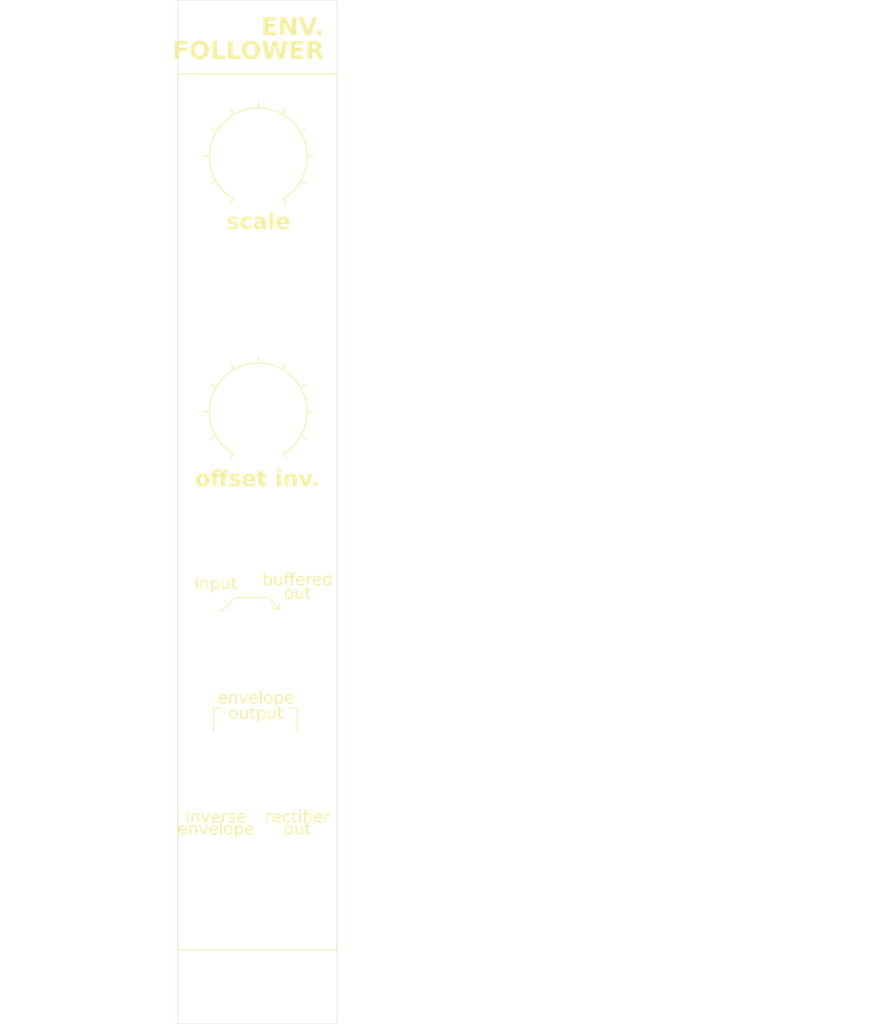
<source format=kicad_pcb>
(kicad_pcb (version 20240108) (generator "pcbnew") (generator_version "8.0")
  (layers (0 "F.Cu" signal) (31 "B.Cu" signal) (34 "B.Paste" user) (35 "F.Paste" user) (36 "B.SilkS" user "B.Silkscreen") (37 "F.SilkS" user "F.Silkscreen") (38 "B.Mask" user) (39 "F.Mask" user) (44 "Edge.Cuts" user))
  (net 0 "")
  (footprint "WeirdVibes_Eurorack:Mounting_Hole_Jack" (layer "F.Cu") (at 145.675 134.25)
    (property "Reference" "REF**" (hide yes))
    (property "Value" "input")
    (pad "" np_thru_hole circle (at 0 0) (size 6.1 6.1) (drill 6.1) (layers "F&B.Cu" "*.Mask"))
  )
  (footprint "WeirdVibes_Eurorack:Mounting_Hole_Jack" (layer "F.Cu") (at 155.925 148.75)
    (property "Reference" "REF**" (hide yes))
    (property "Value" "input")
    (pad "" np_thru_hole circle (at 0 0) (size 6.1 6.1) (drill 6.1) (layers "F&B.Cu" "*.Mask"))
  )
  (footprint "WeirdVibes_Eurorack:MountingHole_Pot_DialGauge_D12.2" (layer "F.Cu") (at 150.9 59)
    (property "Reference" "REF**" (hide yes))
    (property "Value" "scale env 0-2x")
    (fp_line (start -6.137568 -0.05728) (end -6.129302 -0.309198) (stroke (width 0.102979) (color 0 28 0 1)) (layer "F.SilkS"))
    (fp_line (start -6.137264 -0.033481) (end -6.909593 -0.039581) (stroke (width 0.102979) (color 0 28 0 1)) (layer "F.SilkS"))
    (fp_line (start -6.135472 0.193759) (end -6.137568 -0.05728) (stroke (width 0.102979) (color 0 28 0 1)) (layer "F.SilkS"))
    (fp_line (start -6.129302 -0.309198) (end -6.110555 -0.561704) (stroke (width 0.102979) (color 0 28 0 1)) (layer "F.SilkS"))
    (fp_line (start -6.123137 0.443629) (end -6.135472 0.193759) (stroke (width 0.102979) (color 0 28 0 1)) (layer "F.SilkS"))
    (fp_line (start -6.110555 -0.561704) (end -6.081206 -0.814505) (stroke (width 0.102979) (color 0 28 0 1)) (layer "F.SilkS"))
    (fp_line (start -6.100681 0.692037) (end -6.123137 0.443629) (stroke (width 0.102979) (color 0 28 0 1)) (layer "F.SilkS"))
    (fp_line (start -6.081206 -0.814505) (end -6.041133 -1.067311) (stroke (width 0.102979) (color 0 28 0 1)) (layer "F.SilkS"))
    (fp_line (start -6.068227 0.938693) (end -6.100681 0.692037) (stroke (width 0.102979) (color 0 28 0 1)) (layer "F.SilkS"))
    (fp_line (start -6.041133 -1.067311) (end -5.990217 -1.31983) (stroke (width 0.102979) (color 0 28 0 1)) (layer "F.SilkS"))
    (fp_line (start -6.025894 1.183305) (end -6.068227 0.938693) (stroke (width 0.102979) (color 0 28 0 1)) (layer "F.SilkS"))
    (fp_line (start -5.990217 -1.31983) (end -5.928337 -1.571771) (stroke (width 0.102979) (color 0 28 0 1)) (layer "F.SilkS"))
    (fp_line (start -5.973804 1.425582) (end -6.025894 1.183305) (stroke (width 0.102979) (color 0 28 0 1)) (layer "F.SilkS"))
    (fp_line (start -5.928337 -1.571771) (end -5.855959 -1.820899) (stroke (width 0.102979) (color 0 28 0 1)) (layer "F.SilkS"))
    (fp_line (start -5.912077 1.665232) (end -5.973804 1.425582) (stroke (width 0.102979) (color 0 28 0 1)) (layer "F.SilkS"))
    (fp_line (start -5.855959 -1.820899) (end -5.773796 -2.065046) (stroke (width 0.102979) (color 0 28 0 1)) (layer "F.SilkS"))
    (fp_line (start -5.840833 1.901964) (end -5.912077 1.665232) (stroke (width 0.102979) (color 0 28 0 1)) (layer "F.SilkS"))
    (fp_line (start -5.773796 -2.065046) (end -5.682099 -2.304019) (stroke (width 0.102979) (color 0 28 0 1)) (layer "F.SilkS"))
    (fp_line (start -5.760194 2.135486) (end -5.840833 1.901964) (stroke (width 0.102979) (color 0 28 0 1)) (layer "F.SilkS"))
    (fp_line (start -5.682099 -2.304019) (end -5.581119 -2.537626) (stroke (width 0.102979) (color 0 28 0 1)) (layer "F.SilkS"))
    (fp_line (start -5.67028 2.365509) (end -5.760194 2.135486) (stroke (width 0.102979) (color 0 28 0 1)) (layer "F.SilkS"))
    (fp_line (start -5.581119 -2.537626) (end -5.471104 -2.765676) (stroke (width 0.102979) (color 0 28 0 1)) (layer "F.SilkS"))
    (fp_line (start -5.571212 2.591739) (end -5.67028 2.365509) (stroke (width 0.102979) (color 0 28 0 1)) (layer "F.SilkS"))
    (fp_line (start -5.471104 -2.765676) (end -5.352306 -2.987976) (stroke (width 0.102979) (color 0 28 0 1)) (layer "F.SilkS"))
    (fp_line (start -5.356605 3.03275) (end -6.021072 3.406859) (stroke (width 0.102979) (color 0 28 0 1)) (layer "F.SilkS"))
    (fp_line (start -5.356605 3.03275) (end -5.571212 2.591739) (stroke (width 0.102979) (color 0 28 0 1)) (layer "F.SilkS"))
    (fp_line (start -5.352306 -2.987976) (end -5.224974 -3.204335) (stroke (width 0.102979) (color 0 28 0 1)) (layer "F.SilkS"))
    (fp_line (start -5.346095 3.031659) (end -5.46311 2.813886) (stroke (width 0.102979) (color 0 28 0 1)) (layer "F.SilkS"))
    (fp_line (start -5.298042 -3.081346) (end -5.964765 -3.471233) (stroke (width 0.102979) (color 0 28 0 1)) (layer "F.SilkS"))
    (fp_line (start -5.224974 -3.204335) (end -5.089358 -3.41456) (stroke (width 0.102979) (color 0 28 0 1)) (layer "F.SilkS"))
    (fp_line (start -5.220288 3.244766) (end -5.346095 3.031659) (stroke (width 0.102979) (color 0 28 0 1)) (layer "F.SilkS"))
    (fp_line (start -5.089358 -3.41456) (end -4.94571 -3.61846) (stroke (width 0.102979) (color 0 28 0 1)) (layer "F.SilkS"))
    (fp_line (start -5.08581 3.452915) (end -5.220288 3.244766) (stroke (width 0.102979) (color 0 28 0 1)) (layer "F.SilkS"))
    (fp_line (start -4.94571 -3.61846) (end -4.794278 -3.815842) (stroke (width 0.102979) (color 0 28 0 1)) (layer "F.SilkS"))
    (fp_line (start -4.94278 3.655816) (end -5.08581 3.452915) (stroke (width 0.102979) (color 0 28 0 1)) (layer "F.SilkS"))
    (fp_line (start -4.794278 -3.815842) (end -4.635314 -4.006516) (stroke (width 0.102979) (color 0 28 0 1)) (layer "F.SilkS"))
    (fp_line (start -4.79132 3.853177) (end -4.94278 3.655816) (stroke (width 0.102979) (color 0 28 0 1)) (layer "F.SilkS"))
    (fp_line (start -4.635314 -4.006516) (end -4.469066 -4.190288) (stroke (width 0.102979) (color 0 28 0 1)) (layer "F.SilkS"))
    (fp_line (start -4.631551 4.044707) (end -4.79132 3.853177) (stroke (width 0.102979) (color 0 28 0 1)) (layer "F.SilkS"))
    (fp_line (start -4.469066 -4.190288) (end -4.295787 -4.366966) (stroke (width 0.102979) (color 0 28 0 1)) (layer "F.SilkS"))
    (fp_line (start -4.463593 4.230115) (end -4.631551 4.044707) (stroke (width 0.102979) (color 0 28 0 1)) (layer "F.SilkS"))
    (fp_line (start -4.295787 -4.366966) (end -4.115724 -4.53636) (stroke (width 0.102979) (color 0 28 0 1)) (layer "F.SilkS"))
    (fp_line (start -4.287566 4.409108) (end -4.463593 4.230115) (stroke (width 0.102979) (color 0 28 0 1)) (layer "F.SilkS"))
    (fp_line (start -4.115724 -4.53636) (end -3.92913 -4.698276) (stroke (width 0.102979) (color 0 28 0 1)) (layer "F.SilkS"))
    (fp_line (start -4.103592 4.581396) (end -4.287566 4.409108) (stroke (width 0.102979) (color 0 28 0 1)) (layer "F.SilkS"))
    (fp_line (start -3.92913 -4.698276) (end -3.736253 -4.852523) (stroke (width 0.102979) (color 0 28 0 1)) (layer "F.SilkS"))
    (fp_line (start -3.911792 4.746688) (end -4.103592 4.581396) (stroke (width 0.102979) (color 0 28 0 1)) (layer "F.SilkS"))
    (fp_line (start -3.736253 -4.852523) (end -3.537345 -4.998909) (stroke (width 0.102979) (color 0 28 0 1)) (layer "F.SilkS"))
    (fp_line (start -3.712285 4.904692) (end -3.911792 4.746688) (stroke (width 0.102979) (color 0 28 0 1)) (layer "F.SilkS"))
    (fp_line (start -3.537345 -4.998909) (end -3.332655 -5.137243) (stroke (width 0.102979) (color 0 28 0 1)) (layer "F.SilkS"))
    (fp_line (start -3.505192 5.055117) (end -3.712285 4.904692) (stroke (width 0.102979) (color 0 28 0 1)) (layer "F.SilkS"))
    (fp_line (start -3.332655 -5.137243) (end -3.122433 -5.267331) (stroke (width 0.102979) (color 0 28 0 1)) (layer "F.SilkS"))
    (fp_line (start -3.290634 5.197671) (end -3.505192 5.055117) (stroke (width 0.102979) (color 0 28 0 1)) (layer "F.SilkS"))
    (fp_line (start -3.139198 5.289387) (end -3.534931 5.954035) (stroke (width 0.102979) (color 0 28 0 1)) (layer "F.SilkS"))
    (fp_line (start -3.139198 5.289387) (end -3.290634 5.197671) (stroke (width 0.102979) (color 0 28 0 1)) (layer "F.SilkS"))
    (fp_line (start -3.122433 -5.267331) (end -2.90693 -5.388982) (stroke (width 0.102979) (color 0 28 0 1)) (layer "F.SilkS"))
    (fp_line (start -3.053047 -5.307354) (end -3.437254 -5.977363) (stroke (width 0.102979) (color 0 28 0 1)) (layer "F.SilkS"))
    (fp_line (start -2.90693 -5.388982) (end -2.686395 -5.502004) (stroke (width 0.102979) (color 0 28 0 1)) (layer "F.SilkS"))
    (fp_line (start -2.686395 -5.502004) (end -2.46108 -5.606205) (stroke (width 0.102979) (color 0 28 0 1)) (layer "F.SilkS"))
    (fp_line (start -2.46108 -5.606205) (end -2.231233 -5.701393) (stroke (width 0.102979) (color 0 28 0 1)) (layer "F.SilkS"))
    (fp_line (start -2.231233 -5.701393) (end -1.997106 -5.787377) (stroke (width 0.102979) (color 0 28 0 1)) (layer "F.SilkS"))
    (fp_line (start -1.997106 -5.787377) (end -1.758948 -5.863964) (stroke (width 0.102979) (color 0 28 0 1)) (layer "F.SilkS"))
    (fp_line (start -1.758948 -5.863964) (end -1.51701 -5.930962) (stroke (width 0.102979) (color 0 28 0 1)) (layer "F.SilkS"))
    (fp_line (start -1.51701 -5.930962) (end -1.271542 -5.988179) (stroke (width 0.102979) (color 0 28 0 1)) (layer "F.SilkS"))
    (fp_line (start -1.271542 -5.988179) (end -1.022793 -6.035424) (stroke (width 0.102979) (color 0 28 0 1)) (layer "F.SilkS"))
    (fp_line (start -1.079706 0) (end 1.079705 0) (stroke (width 0.264582)) (layer "F.SilkS"))
    (fp_line (start -1.022793 -6.035424) (end -0.771015 -6.072504) (stroke (width 0.102979) (color 0 28 0 1)) (layer "F.SilkS"))
    (fp_line (start -0.771015 -6.072504) (end -0.516456 -6.099227) (stroke (width 0.102979) (color 0 28 0 1)) (layer "F.SilkS"))
    (fp_line (start -0.516456 -6.099227) (end -0.259369 -6.115402) (stroke (width 0.102979) (color 0 28 0 1)) (layer "F.SilkS"))
    (fp_line (start -0.259369 -6.115402) (end -0.000001 -6.120836) (stroke (width 0.102979) (color 0 28 0 1)) (layer "F.SilkS"))
    (fp_line (start -0.000001 -6.120836) (end 0.259366 -6.115402) (stroke (width 0.102979) (color 0 28 0 1)) (layer "F.SilkS"))
    (fp_line (start 0 1.079705) (end 0 -1.079704) (stroke (width 0.264582)) (layer "F.SilkS"))
    (fp_line (start 0.00207 -6.120605) (end 0.002331 -6.892959) (stroke (width 0.102979) (color 0 28 0 1)) (layer "F.SilkS"))
    (fp_line (start 0.259366 -6.115402) (end 0.516454 -6.099227) (stroke (width 0.102979) (color 0 28 0 1)) (layer "F.SilkS"))
    (fp_line (start 0.516454 -6.099227) (end 0.771012 -6.072504) (stroke (width 0.102979) (color 0 28 0 1)) (layer "F.SilkS"))
    (fp_line (start 0.771012 -6.072504) (end 1.02279 -6.035424) (stroke (width 0.102979) (color 0 28 0 1)) (layer "F.SilkS"))
    (fp_line (start 1.02279 -6.035424) (end 1.271539 -5.988179) (stroke (width 0.102979) (color 0 28 0 1)) (layer "F.SilkS"))
    (fp_line (start 1.271539 -5.988179) (end 1.517007 -5.930962) (stroke (width 0.102979) (color 0 28 0 1)) (layer "F.SilkS"))
    (fp_line (start 1.517007 -5.930962) (end 1.997103 -5.787377) (stroke (width 0.102979) (color 0 28 0 1)) (layer "F.SilkS"))
    (fp_line (start 1.997103 -5.787377) (end 2.461077 -5.606205) (stroke (width 0.102979) (color 0 28 0 1)) (layer "F.SilkS"))
    (fp_line (start 2.461077 -5.606205) (end 2.906927 -5.388982) (stroke (width 0.102979) (color 0 28 0 1)) (layer "F.SilkS"))
    (fp_line (start 2.906927 -5.388982) (end 3.332652 -5.137243) (stroke (width 0.102979) (color 0 28 0 1)) (layer "F.SilkS"))
    (fp_line (start 3.056635 -5.305288) (end 3.441294 -5.97504) (stroke (width 0.102979) (color 0 28 0 1)) (layer "F.SilkS"))
    (fp_line (start 3.134627 5.29025) (end 3.530909 5.956846) (stroke (width 0.102979) (color 0 28 0 1)) (layer "F.SilkS"))
    (fp_line (start 3.332652 -5.137243) (end 3.736251 -4.852523) (stroke (width 0.102979) (color 0 28 0 1)) (layer "F.SilkS"))
    (fp_line (start 3.50519 5.055117) (end 3.134627 5.29025) (stroke (width 0.102979) (color 0 28 0 1)) (layer "F.SilkS"))
    (fp_line (start 3.736251 -4.852523) (end 4.115723 -4.53636) (stroke (width 0.102979) (color 0 28 0 1)) (layer "F.SilkS"))
    (fp_line (start 3.91179 4.746688) (end 3.50519 5.055117) (stroke (width 0.102979) (color 0 28 0 1)) (layer "F.SilkS"))
    (fp_line (start 4.115723 -4.53636) (end 4.469065 -4.190288) (stroke (width 0.102979) (color 0 28 0 1)) (layer "F.SilkS"))
    (fp_line (start 4.287565 4.409108) (end 3.91179 4.746688) (stroke (width 0.102979) (color 0 28 0 1)) (layer "F.SilkS"))
    (fp_line (start 4.469065 -4.190288) (end 4.794277 -3.815842) (stroke (width 0.102979) (color 0 28 0 1)) (layer "F.SilkS"))
    (fp_line (start 4.63155 4.044707) (end 4.287565 4.409108) (stroke (width 0.102979) (color 0 28 0 1)) (layer "F.SilkS"))
    (fp_line (start 4.794277 -3.815842) (end 5.089357 -3.41456) (stroke (width 0.102979) (color 0 28 0 1)) (layer "F.SilkS"))
    (fp_line (start 4.942779 3.655816) (end 4.63155 4.044707) (stroke (width 0.102979) (color 0 28 0 1)) (layer "F.SilkS"))
    (fp_line (start 5.089357 -3.41456) (end 5.352304 -2.987976) (stroke (width 0.102979) (color 0 28 0 1)) (layer "F.SilkS"))
    (fp_line (start 5.220288 3.244765) (end 4.942779 3.655816) (stroke (width 0.102979) (color 0 28 0 1)) (layer "F.SilkS"))
    (fp_line (start 5.300127 -3.077764) (end 5.967112 -3.467201) (stroke (width 0.102979) (color 0 28 0 1)) (layer "F.SilkS"))
    (fp_line (start 5.346011 3.031977) (end 6.018771 3.411352) (stroke (width 0.102979) (color 0 28 0 1)) (layer "F.SilkS"))
    (fp_line (start 5.352304 -2.987976) (end 5.471103 -2.765676) (stroke (width 0.102979) (color 0 28 0 1)) (layer "F.SilkS"))
    (fp_line (start 5.46311 2.813886) (end 5.220288 3.244765) (stroke (width 0.102979) (color 0 28 0 1)) (layer "F.SilkS"))
    (fp_line (start 5.471103 -2.765676) (end 5.581118 -2.537626) (stroke (width 0.102979) (color 0 28 0 1)) (layer "F.SilkS"))
    (fp_line (start 5.581118 -2.537626) (end 5.682098 -2.304019) (stroke (width 0.102979) (color 0 28 0 1)) (layer "F.SilkS"))
    (fp_line (start 5.67028 2.365508) (end 5.46311 2.813886) (stroke (width 0.102979) (color 0 28 0 1)) (layer "F.SilkS"))
    (fp_line (start 5.682098 -2.304019) (end 5.773795 -2.065046) (stroke (width 0.102979) (color 0 28 0 1)) (layer "F.SilkS"))
    (fp_line (start 5.773795 -2.065046) (end 5.855958 -1.820899) (stroke (width 0.102979) (color 0 28 0 1)) (layer "F.SilkS"))
    (fp_line (start 5.840833 1.901963) (end 5.67028 2.365508) (stroke (width 0.102979) (color 0 28 0 1)) (layer "F.SilkS"))
    (fp_line (start 5.855958 -1.820899) (end 5.928336 -1.571771) (stroke (width 0.102979) (color 0 28 0 1)) (layer "F.SilkS"))
    (fp_line (start 5.928336 -1.571771) (end 6.041132 -1.067311) (stroke (width 0.102979) (color 0 28 0 1)) (layer "F.SilkS"))
    (fp_line (start 5.973803 1.425581) (end 5.840833 1.901963) (stroke (width 0.102979) (color 0 28 0 1)) (layer "F.SilkS"))
    (fp_line (start 6.041132 -1.067311) (end 6.110554 -0.561704) (stroke (width 0.102979) (color 0 28 0 1)) (layer "F.SilkS"))
    (fp_line (start 6.068226 0.938692) (end 5.973803 1.425581) (stroke (width 0.102979) (color 0 28 0 1)) (layer "F.SilkS"))
    (fp_line (start 6.110554 -0.561704) (end 6.137567 -0.057281) (stroke (width 0.102979) (color 0 28 0 1)) (layer "F.SilkS"))
    (fp_line (start 6.123136 0.443628) (end 6.068226 0.938692) (stroke (width 0.102979) (color 0 28 0 1)) (layer "F.SilkS"))
    (fp_line (start 6.137286 -0.02911) (end 6.909617 -0.03471) (stroke (width 0.102979) (color 0 28 0 1)) (layer "F.SilkS"))
    (fp_line (start 6.137567 -0.057281) (end 6.123136 0.443628) (stroke (width 0.102979) (color 0 28 0 1)) (layer "F.SilkS"))
    (pad "" np_thru_hole circle (at 0 0) (size 7.1 7.1) (drill 7.1) (layers "F&B.Cu" "*.Mask"))
  )
  (footprint "WeirdVibes_Eurorack:Mounting_Hole_Jack" (layer "F.Cu") (at 145.675 148.65)
    (property "Reference" "REF**" (hide yes))
    (property "Value" "input")
    (pad "" np_thru_hole circle (at 0 0) (size 6.1 6.1) (drill 6.1) (layers "F&B.Cu" "*.Mask"))
  )
  (footprint "WeirdVibes_Eurorack:Mounting_Hole_Jack" (layer "F.Cu") (at 155.925 134.25)
    (property "Reference" "REF**" (hide yes))
    (property "Value" "input")
    (pad "" np_thru_hole circle (at 0 0) (size 6.1 6.1) (drill 6.1) (layers "F&B.Cu" "*.Mask"))
  )
  (footprint "WeirdVibes_Eurorack:Panel_Mounting_Hole_Circle" (layer "F.Cu") (at 150.8 108.75)
    (property "Reference" "REF**" (hide yes))
    (property "Value" "rectifier overdrive")
    (pad "" np_thru_hole circle (at 0 0) (size 3.2 3.2) (drill 3.2) (layers "F&B.Cu" "*.Mask"))
  )
  (footprint "WeirdVibes_Eurorack:Mounting_Hole_Jack" (layer "F.Cu") (at 155.925 119.15)
    (property "Reference" "REF**" (hide yes))
    (property "Value" "input")
    (pad "" np_thru_hole circle (at 0 0) (size 6.1 6.1) (drill 6.1) (layers "F&B.Cu" "*.Mask"))
  )
  (footprint "WeirdVibes_Eurorack:Mounting_Hole_Jack" (layer "F.Cu") (at 145.675 119.15)
    (property "Reference" "REF**" (hide yes))
    (property "Value" "input")
    (pad "" np_thru_hole circle (at 0 0) (size 6.1 6.1) (drill 6.1) (layers "F&B.Cu" "*.Mask"))
  )
  (footprint "WeirdVibes_Eurorack:MountingHole_Pot_DialGauge_D12.2" (layer "F.Cu") (at 150.9 91.018057)
    (property "Reference" "REF**" (hide yes))
    (property "Value" "offset for inv" (hide yes))
    (fp_line (start -6.137568 -0.05728) (end -6.129302 -0.309198) (stroke (width 0.102979) (color 0 28 0 1)) (layer "F.SilkS"))
    (fp_line (start -6.137264 -0.033481) (end -6.909593 -0.039581) (stroke (width 0.102979) (color 0 28 0 1)) (layer "F.SilkS"))
    (fp_line (start -6.135472 0.193759) (end -6.137568 -0.05728) (stroke (width 0.102979) (color 0 28 0 1)) (layer "F.SilkS"))
    (fp_line (start -6.129302 -0.309198) (end -6.110555 -0.561704) (stroke (width 0.102979) (color 0 28 0 1)) (layer "F.SilkS"))
    (fp_line (start -6.123137 0.443629) (end -6.135472 0.193759) (stroke (width 0.102979) (color 0 28 0 1)) (layer "F.SilkS"))
    (fp_line (start -6.110555 -0.561704) (end -6.081206 -0.814505) (stroke (width 0.102979) (color 0 28 0 1)) (layer "F.SilkS"))
    (fp_line (start -6.100681 0.692037) (end -6.123137 0.443629) (stroke (width 0.102979) (color 0 28 0 1)) (layer "F.SilkS"))
    (fp_line (start -6.081206 -0.814505) (end -6.041133 -1.067311) (stroke (width 0.102979) (color 0 28 0 1)) (layer "F.SilkS"))
    (fp_line (start -6.068227 0.938693) (end -6.100681 0.692037) (stroke (width 0.102979) (color 0 28 0 1)) (layer "F.SilkS"))
    (fp_line (start -6.041133 -1.067311) (end -5.990217 -1.31983) (stroke (width 0.102979) (color 0 28 0 1)) (layer "F.SilkS"))
    (fp_line (start -6.025894 1.183305) (end -6.068227 0.938693) (stroke (width 0.102979) (color 0 28 0 1)) (layer "F.SilkS"))
    (fp_line (start -5.990217 -1.31983) (end -5.928337 -1.571771) (stroke (width 0.102979) (color 0 28 0 1)) (layer "F.SilkS"))
    (fp_line (start -5.973804 1.425582) (end -6.025894 1.183305) (stroke (width 0.102979) (color 0 28 0 1)) (layer "F.SilkS"))
    (fp_line (start -5.928337 -1.571771) (end -5.855959 -1.820899) (stroke (width 0.102979) (color 0 28 0 1)) (layer "F.SilkS"))
    (fp_line (start -5.912077 1.665232) (end -5.973804 1.425582) (stroke (width 0.102979) (color 0 28 0 1)) (layer "F.SilkS"))
    (fp_line (start -5.855959 -1.820899) (end -5.773796 -2.065046) (stroke (width 0.102979) (color 0 28 0 1)) (layer "F.SilkS"))
    (fp_line (start -5.840833 1.901964) (end -5.912077 1.665232) (stroke (width 0.102979) (color 0 28 0 1)) (layer "F.SilkS"))
    (fp_line (start -5.773796 -2.065046) (end -5.682099 -2.304019) (stroke (width 0.102979) (color 0 28 0 1)) (layer "F.SilkS"))
    (fp_line (start -5.760194 2.135486) (end -5.840833 1.901964) (stroke (width 0.102979) (color 0 28 0 1)) (layer "F.SilkS"))
    (fp_line (start -5.682099 -2.304019) (end -5.581119 -2.537626) (stroke (width 0.102979) (color 0 28 0 1)) (layer "F.SilkS"))
    (fp_line (start -5.67028 2.365509) (end -5.760194 2.135486) (stroke (width 0.102979) (color 0 28 0 1)) (layer "F.SilkS"))
    (fp_line (start -5.581119 -2.537626) (end -5.471104 -2.765676) (stroke (width 0.102979) (color 0 28 0 1)) (layer "F.SilkS"))
    (fp_line (start -5.571212 2.591739) (end -5.67028 2.365509) (stroke (width 0.102979) (color 0 28 0 1)) (layer "F.SilkS"))
    (fp_line (start -5.471104 -2.765676) (end -5.352306 -2.987976) (stroke (width 0.102979) (color 0 28 0 1)) (layer "F.SilkS"))
    (fp_line (start -5.356605 3.03275) (end -6.021072 3.406859) (stroke (width 0.102979) (color 0 28 0 1)) (layer "F.SilkS"))
    (fp_line (start -5.356605 3.03275) (end -5.571212 2.591739) (stroke (width 0.102979) (color 0 28 0 1)) (layer "F.SilkS"))
    (fp_line (start -5.352306 -2.987976) (end -5.224974 -3.204335) (stroke (width 0.102979) (color 0 28 0 1)) (layer "F.SilkS"))
    (fp_line (start -5.346095 3.031659) (end -5.46311 2.813886) (stroke (width 0.102979) (color 0 28 0 1)) (layer "F.SilkS"))
    (fp_line (start -5.298042 -3.081346) (end -5.964765 -3.471233) (stroke (width 0.102979) (color 0 28 0 1)) (layer "F.SilkS"))
    (fp_line (start -5.224974 -3.204335) (end -5.089358 -3.41456) (stroke (width 0.102979) (color 0 28 0 1)) (layer "F.SilkS"))
    (fp_line (start -5.220288 3.244766) (end -5.346095 3.031659) (stroke (width 0.102979) (color 0 28 0 1)) (layer "F.SilkS"))
    (fp_line (start -5.089358 -3.41456) (end -4.94571 -3.61846) (stroke (width 0.102979) (color 0 28 0 1)) (layer "F.SilkS"))
    (fp_line (start -5.08581 3.452915) (end -5.220288 3.244766) (stroke (width 0.102979) (color 0 28 0 1)) (layer "F.SilkS"))
    (fp_line (start -4.94571 -3.61846) (end -4.794278 -3.815842) (stroke (width 0.102979) (color 0 28 0 1)) (layer "F.SilkS"))
    (fp_line (start -4.94278 3.655816) (end -5.08581 3.452915) (stroke (width 0.102979) (color 0 28 0 1)) (layer "F.SilkS"))
    (fp_line (start -4.794278 -3.815842) (end -4.635314 -4.006516) (stroke (width 0.102979) (color 0 28 0 1)) (layer "F.SilkS"))
    (fp_line (start -4.79132 3.853177) (end -4.94278 3.655816) (stroke (width 0.102979) (color 0 28 0 1)) (layer "F.SilkS"))
    (fp_line (start -4.635314 -4.006516) (end -4.469066 -4.190288) (stroke (width 0.102979) (color 0 28 0 1)) (layer "F.SilkS"))
    (fp_line (start -4.631551 4.044707) (end -4.79132 3.853177) (stroke (width 0.102979) (color 0 28 0 1)) (layer "F.SilkS"))
    (fp_line (start -4.469066 -4.190288) (end -4.295787 -4.366966) (stroke (width 0.102979) (color 0 28 0 1)) (layer "F.SilkS"))
    (fp_line (start -4.463593 4.230115) (end -4.631551 4.044707) (stroke (width 0.102979) (color 0 28 0 1)) (layer "F.SilkS"))
    (fp_line (start -4.295787 -4.366966) (end -4.115724 -4.53636) (stroke (width 0.102979) (color 0 28 0 1)) (layer "F.SilkS"))
    (fp_line (start -4.287566 4.409108) (end -4.463593 4.230115) (stroke (width 0.102979) (color 0 28 0 1)) (layer "F.SilkS"))
    (fp_line (start -4.115724 -4.53636) (end -3.92913 -4.698276) (stroke (width 0.102979) (color 0 28 0 1)) (layer "F.SilkS"))
    (fp_line (start -4.103592 4.581396) (end -4.287566 4.409108) (stroke (width 0.102979) (color 0 28 0 1)) (layer "F.SilkS"))
    (fp_line (start -3.92913 -4.698276) (end -3.736253 -4.852523) (stroke (width 0.102979) (color 0 28 0 1)) (layer "F.SilkS"))
    (fp_line (start -3.911792 4.746688) (end -4.103592 4.581396) (stroke (width 0.102979) (color 0 28 0 1)) (layer "F.SilkS"))
    (fp_line (start -3.736253 -4.852523) (end -3.537345 -4.998909) (stroke (width 0.102979) (color 0 28 0 1)) (layer "F.SilkS"))
    (fp_line (start -3.712285 4.904692) (end -3.911792 4.746688) (stroke (width 0.102979) (color 0 28 0 1)) (layer "F.SilkS"))
    (fp_line (start -3.537345 -4.998909) (end -3.332655 -5.137243) (stroke (width 0.102979) (color 0 28 0 1)) (layer "F.SilkS"))
    (fp_line (start -3.505192 5.055117) (end -3.712285 4.904692) (stroke (width 0.102979) (color 0 28 0 1)) (layer "F.SilkS"))
    (fp_line (start -3.332655 -5.137243) (end -3.122433 -5.267331) (stroke (width 0.102979) (color 0 28 0 1)) (layer "F.SilkS"))
    (fp_line (start -3.290634 5.197671) (end -3.505192 5.055117) (stroke (width 0.102979) (color 0 28 0 1)) (layer "F.SilkS"))
    (fp_line (start -3.139198 5.289387) (end -3.534931 5.954035) (stroke (width 0.102979) (color 0 28 0 1)) (layer "F.SilkS"))
    (fp_line (start -3.139198 5.289387) (end -3.290634 5.197671) (stroke (width 0.102979) (color 0 28 0 1)) (layer "F.SilkS"))
    (fp_line (start -3.122433 -5.267331) (end -2.90693 -5.388982) (stroke (width 0.102979) (color 0 28 0 1)) (layer "F.SilkS"))
    (fp_line (start -3.053047 -5.307354) (end -3.437254 -5.977363) (stroke (width 0.102979) (color 0 28 0 1)) (layer "F.SilkS"))
    (fp_line (start -2.90693 -5.388982) (end -2.686395 -5.502004) (stroke (width 0.102979) (color 0 28 0 1)) (layer "F.SilkS"))
    (fp_line (start -2.686395 -5.502004) (end -2.46108 -5.606205) (stroke (width 0.102979) (color 0 28 0 1)) (layer "F.SilkS"))
    (fp_line (start -2.46108 -5.606205) (end -2.231233 -5.701393) (stroke (width 0.102979) (color 0 28 0 1)) (layer "F.SilkS"))
    (fp_line (start -2.231233 -5.701393) (end -1.997106 -5.787377) (stroke (width 0.102979) (color 0 28 0 1)) (layer "F.SilkS"))
    (fp_line (start -1.997106 -5.787377) (end -1.758948 -5.863964) (stroke (width 0.102979) (color 0 28 0 1)) (layer "F.SilkS"))
    (fp_line (start -1.758948 -5.863964) (end -1.51701 -5.930962) (stroke (width 0.102979) (color 0 28 0 1)) (layer "F.SilkS"))
    (fp_line (start -1.51701 -5.930962) (end -1.271542 -5.988179) (stroke (width 0.102979) (color 0 28 0 1)) (layer "F.SilkS"))
    (fp_line (start -1.271542 -5.988179) (end -1.022793 -6.035424) (stroke (width 0.102979) (color 0 28 0 1)) (layer "F.SilkS"))
    (fp_line (start -1.079706 0) (end 1.079705 0) (stroke (width 0.264582)) (layer "F.SilkS"))
    (fp_line (start -1.022793 -6.035424) (end -0.771015 -6.072504) (stroke (width 0.102979) (color 0 28 0 1)) (layer "F.SilkS"))
    (fp_line (start -0.771015 -6.072504) (end -0.516456 -6.099227) (stroke (width 0.102979) (color 0 28 0 1)) (layer "F.SilkS"))
    (fp_line (start -0.516456 -6.099227) (end -0.259369 -6.115402) (stroke (width 0.102979) (color 0 28 0 1)) (layer "F.SilkS"))
    (fp_line (start -0.259369 -6.115402) (end -0.000001 -6.120836) (stroke (width 0.102979) (color 0 28 0 1)) (layer "F.SilkS"))
    (fp_line (start -0.000001 -6.120836) (end 0.259366 -6.115402) (stroke (width 0.102979) (color 0 28 0 1)) (layer "F.SilkS"))
    (fp_line (start 0 1.079705) (end 0 -1.079704) (stroke (width 0.264582)) (layer "F.SilkS"))
    (fp_line (start 0.00207 -6.120605) (end 0.002331 -6.892959) (stroke (width 0.102979) (color 0 28 0 1)) (layer "F.SilkS"))
    (fp_line (start 0.259366 -6.115402) (end 0.516454 -6.099227) (stroke (width 0.102979) (color 0 28 0 1)) (layer "F.SilkS"))
    (fp_line (start 0.516454 -6.099227) (end 0.771012 -6.072504) (stroke (width 0.102979) (color 0 28 0 1)) (layer "F.SilkS"))
    (fp_line (start 0.771012 -6.072504) (end 1.02279 -6.035424) (stroke (width 0.102979) (color 0 28 0 1)) (layer "F.SilkS"))
    (fp_line (start 1.02279 -6.035424) (end 1.271539 -5.988179) (stroke (width 0.102979) (color 0 28 0 1)) (layer "F.SilkS"))
    (fp_line (start 1.271539 -5.988179) (end 1.517007 -5.930962) (stroke (width 0.102979) (color 0 28 0 1)) (layer "F.SilkS"))
    (fp_line (start 1.517007 -5.930962) (end 1.997103 -5.787377) (stroke (width 0.102979) (color 0 28 0 1)) (layer "F.SilkS"))
    (fp_line (start 1.997103 -5.787377) (end 2.461077 -5.606205) (stroke (width 0.102979) (color 0 28 0 1)) (layer "F.SilkS"))
    (fp_line (start 2.461077 -5.606205) (end 2.906927 -5.388982) (stroke (width 0.102979) (color 0 28 0 1)) (layer "F.SilkS"))
    (fp_line (start 2.906927 -5.388982) (end 3.332652 -5.137243) (stroke (width 0.102979) (color 0 28 0 1)) (layer "F.SilkS"))
    (fp_line (start 3.056635 -5.305288) (end 3.441294 -5.97504) (stroke (width 0.102979) (color 0 28 0 1)) (layer "F.SilkS"))
    (fp_line (start 3.134627 5.29025) (end 3.530909 5.956846) (stroke (width 0.102979) (color 0 28 0 1)) (layer "F.SilkS"))
    (fp_line (start 3.332652 -5.137243) (end 3.736251 -4.852523) (stroke (width 0.102979) (color 0 28 0 1)) (layer "F.SilkS"))
    (fp_line (start 3.50519 5.055117) (end 3.134627 5.29025) (stroke (width 0.102979) (color 0 28 0 1)) (layer "F.SilkS"))
    (fp_line (start 3.736251 -4.852523) (end 4.115723 -4.53636) (stroke (width 0.102979) (color 0 28 0 1)) (layer "F.SilkS"))
    (fp_line (start 3.91179 4.746688) (end 3.50519 5.055117) (stroke (width 0.102979) (color 0 28 0 1)) (layer "F.SilkS"))
    (fp_line (start 4.115723 -4.53636) (end 4.469065 -4.190288) (stroke (width 0.102979) (color 0 28 0 1)) (layer "F.SilkS"))
    (fp_line (start 4.287565 4.409108) (end 3.91179 4.746688) (stroke (width 0.102979) (color 0 28 0 1)) (layer "F.SilkS"))
    (fp_line (start 4.469065 -4.190288) (end 4.794277 -3.815842) (stroke (width 0.102979) (color 0 28 0 1)) (layer "F.SilkS"))
    (fp_line (start 4.63155 4.044707) (end 4.287565 4.409108) (stroke (width 0.102979) (color 0 28 0 1)) (layer "F.SilkS"))
    (fp_line (start 4.794277 -3.815842) (end 5.089357 -3.41456) (stroke (width 0.102979) (color 0 28 0 1)) (layer "F.SilkS"))
    (fp_line (start 4.942779 3.655816) (end 4.63155 4.044707) (stroke (width 0.102979) (color 0 28 0 1)) (layer "F.SilkS"))
    (fp_line (start 5.089357 -3.41456) (end 5.352304 -2.987976) (stroke (width 0.102979) (color 0 28 0 1)) (layer "F.SilkS"))
    (fp_line (start 5.220288 3.244765) (end 4.942779 3.655816) (stroke (width 0.102979) (color 0 28 0 1)) (layer "F.SilkS"))
    (fp_line (start 5.300127 -3.077764) (end 5.967112 -3.467201) (stroke (width 0.102979) (color 0 28 0 1)) (layer "F.SilkS"))
    (fp_line (start 5.346011 3.031977) (end 6.018771 3.411352) (stroke (width 0.102979) (color 0 28 0 1)) (layer "F.SilkS"))
    (fp_line (start 5.352304 -2.987976) (end 5.471103 -2.765676) (stroke (width 0.102979) (color 0 28 0 1)) (layer "F.SilkS"))
    (fp_line (start 5.46311 2.813886) (end 5.220288 3.244765) (stroke (width 0.102979) (color 0 28 0 1)) (layer "F.SilkS"))
    (fp_line (start 5.471103 -2.765676) (end 5.581118 -2.537626) (stroke (width 0.102979) (color 0 28 0 1)) (layer "F.SilkS"))
    (fp_line (start 5.581118 -2.537626) (end 5.682098 -2.304019) (stroke (width 0.102979) (color 0 28 0 1)) (layer "F.SilkS"))
    (fp_line (start 5.67028 2.365508) (end 5.46311 2.813886) (stroke (width 0.102979) (color 0 28 0 1)) (layer "F.SilkS"))
    (fp_line (start 5.682098 -2.304019) (end 5.773795 -2.065046) (stroke (width 0.102979) (color 0 28 0 1)) (layer "F.SilkS"))
    (fp_line (start 5.773795 -2.065046) (end 5.855958 -1.820899) (stroke (width 0.102979) (color 0 28 0 1)) (layer "F.SilkS"))
    (fp_line (start 5.840833 1.901963) (end 5.67028 2.365508) (stroke (width 0.102979) (color 0 28 0 1)) (layer "F.SilkS"))
    (fp_line (start 5.855958 -1.820899) (end 5.928336 -1.571771) (stroke (width 0.102979) (color 0 28 0 1)) (layer "F.SilkS"))
    (fp_line (start 5.928336 -1.571771) (end 6.041132 -1.067311) (stroke (width 0.102979) (color 0 28 0 1)) (layer "F.SilkS"))
    (fp_line (start 5.973803 1.425581) (end 5.840833 1.901963) (stroke (width 0.102979) (color 0 28 0 1)) (layer "F.SilkS"))
    (fp_line (start 6.041132 -1.067311) (end 6.110554 -0.561704) (stroke (width 0.102979) (color 0 28 0 1)) (layer "F.SilkS"))
    (fp_line (start 6.068226 0.938692) (end 5.973803 1.425581) (stroke (width 0.102979) (color 0 28 0 1)) (layer "F.SilkS"))
    (fp_line (start 6.110554 -0.561704) (end 6.137567 -0.057281) (stroke (width 0.102979) (color 0 28 0 1)) (layer "F.SilkS"))
    (fp_line (start 6.123136 0.443628) (end 6.068226 0.938692) (stroke (width 0.102979) (color 0 28 0 1)) (layer "F.SilkS"))
    (fp_line (start 6.137286 -0.02911) (end 6.909617 -0.03471) (stroke (width 0.102979) (color 0 28 0 1)) (layer "F.SilkS"))
    (fp_line (start 6.137567 -0.057281) (end 6.123136 0.443628) (stroke (width 0.102979) (color 0 28 0 1)) (layer "F.SilkS"))
    (pad "" np_thru_hole circle (at 0 0) (size 7.1 7.1) (drill 7.1) (layers "F&B.Cu" "*.Mask"))
  )
  (gr_line (start 146.2 116.15) (end 148 114.35) (stroke (width 0.1)) (layer "F.SilkS"))
  (gr_line (start 153.5 115.85) (end 152.7 115.65) (stroke (width 0.1)) (layer "F.SilkS"))
  (gr_line (start 155.8 128.276) (end 155.8 131.176) (stroke (width 0.1)) (layer "F.SilkS"))
  (gr_line (start 146.3 128.226) (end 145.3 128.226) (stroke (width 0.1)) (layer "F.SilkS"))
  (gr_line (start 153.5 115.85) (end 153.5 115.05) (stroke (width 0.1)) (layer "F.SilkS"))
  (gr_line (start 155.8 128.226) (end 154.8 128.226) (stroke (width 0.1)) (layer "F.SilkS"))
  (gr_line (start 148 114.35) (end 152.2 114.35) (stroke (width 0.1)) (layer "F.SilkS"))
  (gr_line (start 145.3 128.226) (end 145.3 131.226) (stroke (width 0.1)) (layer "F.SilkS"))
  (gr_line (start 153.5 115.85) (end 152.2 114.35) (stroke (width 0.1)) (layer "F.SilkS"))
  (gr_rect (start 140.8 48.6) (end 160.8 158.6) (stroke (width 0.1)) (fill none) (layer "F.SilkS"))
  (gr_rect (start 140.8 39.35) (end 160.8 167.85) (stroke (width 0.05)) (fill none) (layer "Edge.Cuts"))
  (gr_text "out" (at 155.83125 114.75 0) (layer "F.SilkS") (effects (font (size 1.5 1.5) (thickness 0.25) (italic yes)) (justify bottom)))
  (gr_text "envelope" (at 150.6 127.026 0) (layer "F.SilkS") (effects (font (size 1.5 1.5) (thickness 0.25) (italic yes))))
  (gr_text "buffered" (at 155.83125 113.05 0) (layer "F.SilkS") (effects (font (size 1.5 1.5) (thickness 0.25) (italic yes)) (justify bottom)))
  (gr_text "inverse" (at 145.58125 141.95 0) (layer "F.SilkS") (effects (font (size 1.5 1.5) (thickness 0.25) (italic yes))))
  (gr_text "scale" (at 150.900012 67.25 0) (layer "F.SilkS") (effects (font (size 2 2) (thickness 0.25) (bold yes))))
  (gr_text "offset inv." (at 150.775012 100.7 0) (layer "F.SilkS") (effects (font (size 2 2) (thickness 0.25) (bold yes) (italic yes)) (justify bottom)))
  (gr_text "input" (at 145.58125 113.55 0) (layer "F.SilkS") (effects (font (size 1.5 1.5) (thickness 0.25) (italic yes)) (justify bottom)))
  (gr_text "output" (at 150.6 128.95 0) (layer "F.SilkS") (effects (font (size 1.5 1.5) (thickness 0.25) (italic yes))))
  (gr_text "rectifier" (at 155.83125 141.95 0) (layer "F.SilkS") (effects (font (size 1.5 1.5) (thickness 0.25) (italic yes))))
  (gr_text "ENV." (at 159.1 44.1 0) (layer "F.SilkS") (effects (font (size 2.2 2.2) (thickness 0.3) (bold yes) (italic yes)) (justify right bottom)))
  (gr_text "FOLLOWER" (at 159.15277 47.1 0) (layer "F.SilkS") (effects (font (size 2.2 2.2) (thickness 0.3) (bold yes) (italic yes)) (justify right bottom)))
  (gr_text "out" (at 155.83125 143.474 0) (layer "F.SilkS") (effects (font (size 1.5 1.5) (thickness 0.25) (italic yes))))
  (gr_text "envelope" (at 145.58125 143.474 0) (layer "F.SilkS") (effects (font (size 1.5 1.5) (thickness 0.25) (italic yes))))
)
</source>
